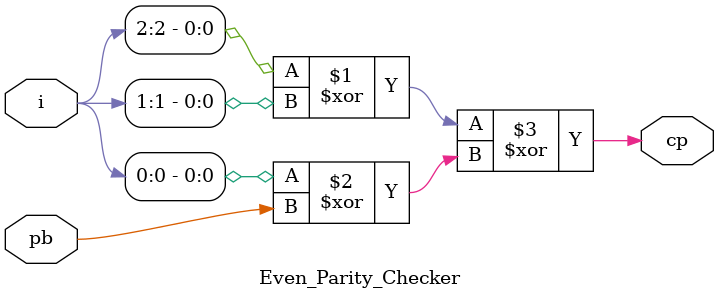
<source format=v>
`timescale 1ns / 1ps


module Even_Parity_Checker(cp,pb,i);
input [2:0]i;
input pb;
output cp;

assign cp = (i[2]^i[1])^(i[0]^pb);

endmodule

</source>
